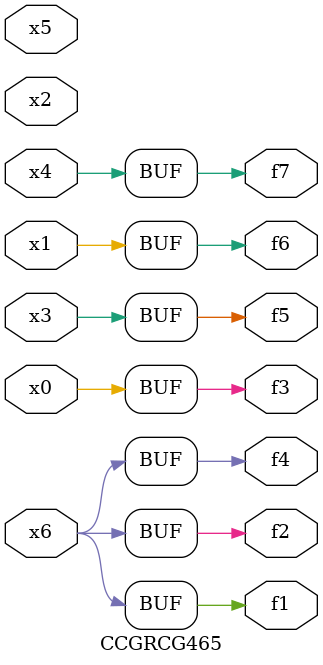
<source format=v>
module CCGRCG465(
	input x0, x1, x2, x3, x4, x5, x6,
	output f1, f2, f3, f4, f5, f6, f7
);
	assign f1 = x6;
	assign f2 = x6;
	assign f3 = x0;
	assign f4 = x6;
	assign f5 = x3;
	assign f6 = x1;
	assign f7 = x4;
endmodule

</source>
